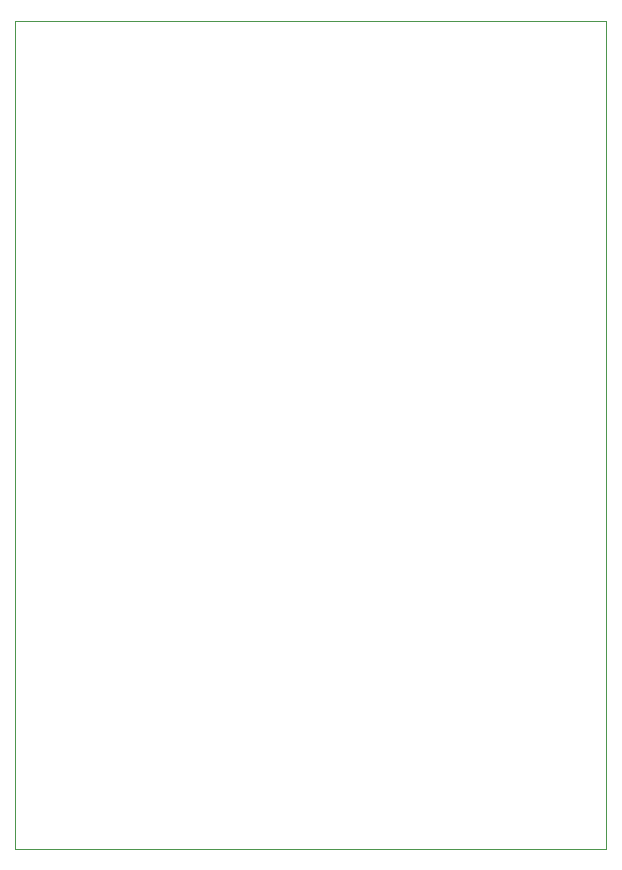
<source format=gbr>
%TF.GenerationSoftware,KiCad,Pcbnew,7.0.7*%
%TF.CreationDate,2025-03-26T10:17:06+05:30*%
%TF.ProjectId,VibAndHeat_Version1,56696241-6e64-4486-9561-745f56657273,rev?*%
%TF.SameCoordinates,Original*%
%TF.FileFunction,Profile,NP*%
%FSLAX46Y46*%
G04 Gerber Fmt 4.6, Leading zero omitted, Abs format (unit mm)*
G04 Created by KiCad (PCBNEW 7.0.7) date 2025-03-26 10:17:06*
%MOMM*%
%LPD*%
G01*
G04 APERTURE LIST*
%TA.AperFunction,Profile*%
%ADD10C,0.100000*%
%TD*%
G04 APERTURE END LIST*
D10*
X114554000Y-63754000D02*
X164592000Y-63754000D01*
X164592000Y-133858000D01*
X114554000Y-133858000D01*
X114554000Y-63754000D01*
M02*

</source>
